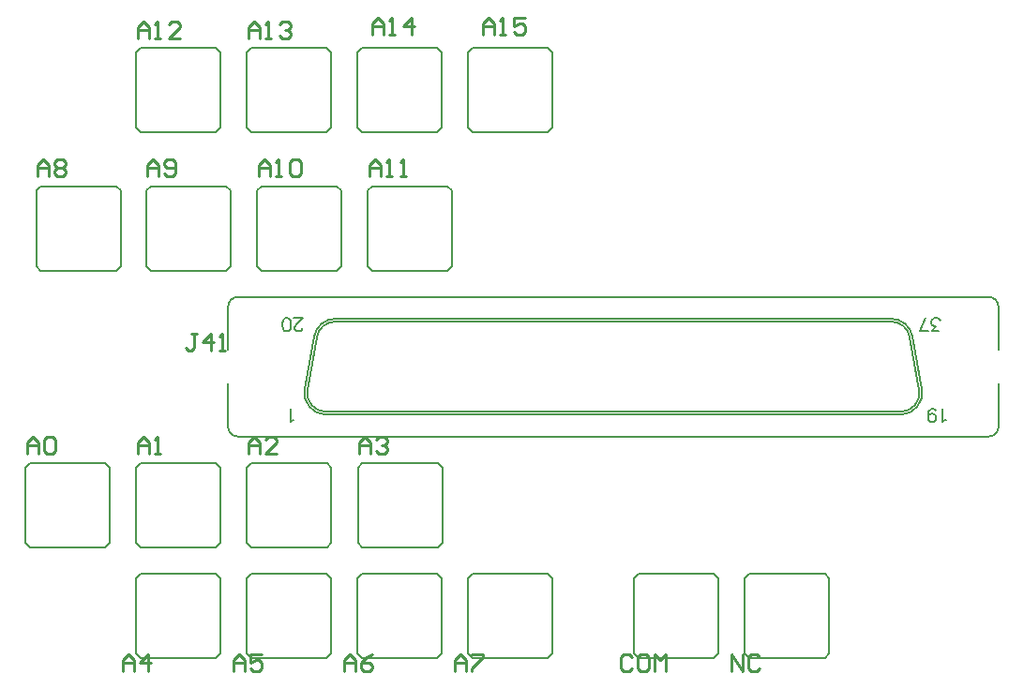
<source format=gto>
G04*
G04 #@! TF.GenerationSoftware,Altium Limited,Altium Designer,19.1.5 (86)*
G04*
G04 Layer_Color=65535*
%FSLAX25Y25*%
%MOIN*%
G70*
G01*
G75*
%ADD10C,0.00787*%
%ADD11C,0.01000*%
D10*
X329018Y-115470D02*
G03*
X322420Y-109934I-6598J-1164D01*
G01*
X325720Y-142034D02*
G03*
X332318Y-134170I0J6700D01*
G01*
X114931D02*
G03*
X121529Y-142034I6598J-1164D01*
G01*
X124829Y-109934D02*
G03*
X118231Y-115470I0J-6700D01*
G01*
X330003Y-115296D02*
G03*
X322420Y-108934I-7583J-1338D01*
G01*
X325720Y-143034D02*
G03*
X333303Y-133996I0J7700D01*
G01*
X113947D02*
G03*
X121529Y-143034I7583J-1338D01*
G01*
X124829Y-108934D02*
G03*
X117246Y-115296I0J-7700D01*
G01*
X357076Y-150784D02*
G03*
X360576Y-147284I0J3500D01*
G01*
Y-104684D02*
G03*
X357076Y-101184I-3500J-0D01*
G01*
X90174Y-101184D02*
G03*
X86674Y-104684I0J-3500D01*
G01*
X86674Y-147284D02*
G03*
X90174Y-150784I3500J0D01*
G01*
X300433Y-227953D02*
Y-201181D01*
X272047Y-229567D02*
X298819D01*
X270433Y-201181D02*
X272047Y-199567D01*
X298819D02*
X300433Y-201181D01*
X270433Y-227953D02*
X272047Y-229567D01*
X270433Y-227953D02*
Y-201181D01*
X298819Y-229567D02*
X300433Y-227953D01*
X272047Y-199567D02*
X298819D01*
X261063Y-227953D02*
Y-201181D01*
X232677Y-229567D02*
X259449D01*
X231063Y-201181D02*
X232677Y-199567D01*
X259449D02*
X261063Y-201181D01*
X231063Y-227953D02*
X232677Y-229567D01*
X231063Y-227953D02*
Y-201181D01*
X259449Y-229567D02*
X261063Y-227953D01*
X232677Y-199567D02*
X259449D01*
X202008Y-227953D02*
Y-201181D01*
X173622Y-229567D02*
X200394D01*
X172008Y-201181D02*
X173622Y-199567D01*
X200394D02*
X202008Y-201181D01*
X172008Y-227953D02*
X173622Y-229567D01*
X172008Y-227953D02*
Y-201181D01*
X200394Y-229567D02*
X202008Y-227953D01*
X173622Y-199567D02*
X200394D01*
X162638Y-227953D02*
Y-201181D01*
X134252Y-229567D02*
X161024D01*
X132638Y-201181D02*
X134252Y-199567D01*
X161024D02*
X162638Y-201181D01*
X132638Y-227953D02*
X134252Y-229567D01*
X132638Y-227953D02*
Y-201181D01*
X161024Y-229567D02*
X162638Y-227953D01*
X134252Y-199567D02*
X161024D01*
X123268Y-227953D02*
Y-201181D01*
X94882Y-229567D02*
X121654D01*
X93268Y-201181D02*
X94882Y-199567D01*
X121654D02*
X123268Y-201181D01*
X93268Y-227953D02*
X94882Y-229567D01*
X93268Y-227953D02*
Y-201181D01*
X121654Y-229567D02*
X123268Y-227953D01*
X94882Y-199567D02*
X121654D01*
X83898Y-227953D02*
Y-201181D01*
X55512Y-229567D02*
X82284D01*
X53898Y-201181D02*
X55512Y-199567D01*
X82284D02*
X83898Y-201181D01*
X53898Y-227953D02*
X55512Y-229567D01*
X53898Y-227953D02*
Y-201181D01*
X82284Y-229567D02*
X83898Y-227953D01*
X55512Y-199567D02*
X82284D01*
X202008Y-40945D02*
Y-14173D01*
X173622Y-42559D02*
X200394D01*
X172008Y-14173D02*
X173622Y-12559D01*
X200394D02*
X202008Y-14173D01*
X172008Y-40945D02*
X173622Y-42559D01*
X172008Y-40945D02*
Y-14173D01*
X200394Y-42559D02*
X202008Y-40945D01*
X173622Y-12559D02*
X200394D01*
X162638Y-40945D02*
Y-14173D01*
X134252Y-42559D02*
X161024D01*
X132638Y-14173D02*
X134252Y-12559D01*
X161024D02*
X162638Y-14173D01*
X132638Y-40945D02*
X134252Y-42559D01*
X132638Y-40945D02*
Y-14173D01*
X161024Y-42559D02*
X162638Y-40945D01*
X134252Y-12559D02*
X161024D01*
X329018Y-115470D02*
X332318Y-134170D01*
X121529Y-142034D02*
X325720D01*
X114931Y-134170D02*
X118231Y-115470D01*
X124829Y-109934D02*
X322420D01*
X330003Y-115296D02*
X333303Y-133996D01*
X121529Y-143034D02*
X325720D01*
X113947Y-133996D02*
X117247Y-115296D01*
X124829Y-108934D02*
X322420D01*
X90174Y-101184D02*
X357076D01*
X90174Y-150784D02*
X357076D01*
X86674Y-147284D02*
Y-131890D01*
X360576Y-147284D02*
Y-131890D01*
Y-120079D02*
Y-104684D01*
X86674Y-120079D02*
Y-104684D01*
X134409Y-160354D02*
X161181D01*
Y-190354D02*
X162795Y-188740D01*
X132795D02*
Y-161968D01*
Y-188740D02*
X134409Y-190354D01*
X161181Y-160354D02*
X162795Y-161968D01*
X132795D02*
X134409Y-160354D01*
Y-190354D02*
X161181D01*
X162795Y-188740D02*
Y-161968D01*
X95039Y-160354D02*
X121811D01*
Y-190354D02*
X123425Y-188740D01*
X93425D02*
Y-161968D01*
Y-188740D02*
X95039Y-190354D01*
X121811Y-160354D02*
X123425Y-161968D01*
X93425D02*
X95039Y-160354D01*
Y-190354D02*
X121811D01*
X123425Y-188740D02*
Y-161968D01*
X55669Y-160354D02*
X82441D01*
Y-190354D02*
X84055Y-188740D01*
X54055D02*
Y-161968D01*
Y-188740D02*
X55669Y-190354D01*
X82441Y-160354D02*
X84055Y-161968D01*
X54055D02*
X55669Y-160354D01*
Y-190354D02*
X82441D01*
X84055Y-188740D02*
Y-161968D01*
X16299Y-160354D02*
X43071D01*
Y-190354D02*
X44685Y-188740D01*
X14685D02*
Y-161968D01*
Y-188740D02*
X16299Y-190354D01*
X43071Y-160354D02*
X44685Y-161968D01*
X14685D02*
X16299Y-160354D01*
Y-190354D02*
X43071D01*
X44685Y-188740D02*
Y-161968D01*
X137874Y-61772D02*
X164646D01*
Y-91772D02*
X166260Y-90157D01*
X136260D02*
Y-63386D01*
Y-90157D02*
X137874Y-91772D01*
X164646Y-61772D02*
X166260Y-63386D01*
X136260D02*
X137874Y-61772D01*
Y-91772D02*
X164646D01*
X166260Y-90157D02*
Y-63386D01*
X98504Y-61772D02*
X125276D01*
Y-91772D02*
X126890Y-90157D01*
X96890D02*
Y-63386D01*
Y-90157D02*
X98504Y-91772D01*
X125276Y-61772D02*
X126890Y-63386D01*
X96890D02*
X98504Y-61772D01*
Y-91772D02*
X125276D01*
X126890Y-90157D02*
Y-63386D01*
X59134Y-61772D02*
X85905D01*
Y-91772D02*
X87520Y-90157D01*
X57520D02*
Y-63386D01*
Y-90157D02*
X59134Y-91772D01*
X85905Y-61772D02*
X87520Y-63386D01*
X57520D02*
X59134Y-61772D01*
Y-91772D02*
X85905D01*
X87520Y-90157D02*
Y-63386D01*
X20079Y-61772D02*
X46850D01*
Y-91772D02*
X48465Y-90157D01*
X18465D02*
Y-63386D01*
Y-90157D02*
X20079Y-91772D01*
X46850Y-61772D02*
X48465Y-63386D01*
X18465D02*
X20079Y-61772D01*
Y-91772D02*
X46850D01*
X48465Y-90157D02*
Y-63386D01*
X94882Y-12559D02*
X121654D01*
Y-42559D02*
X123268Y-40945D01*
X93268D02*
Y-14173D01*
Y-40945D02*
X94882Y-42559D01*
X121654Y-12559D02*
X123268Y-14173D01*
X93268D02*
X94882Y-12559D01*
Y-42559D02*
X121654D01*
X123268Y-40945D02*
Y-14173D01*
X55512Y-12559D02*
X82284D01*
Y-42559D02*
X83898Y-40945D01*
X53898D02*
Y-14173D01*
Y-40945D02*
X55512Y-42559D01*
X82284Y-12559D02*
X83898Y-14173D01*
X53898D02*
X55512Y-12559D01*
Y-42559D02*
X82284D01*
X83898Y-40945D02*
Y-14173D01*
X113045Y-112260D02*
Y-112485D01*
X112820Y-112935D01*
X112595Y-113160D01*
X112145Y-113385D01*
X111246D01*
X110796Y-113160D01*
X110571Y-112935D01*
X110346Y-112485D01*
Y-112035D01*
X110571Y-111585D01*
X111021Y-110911D01*
X113270Y-108661D01*
X110121D01*
X107714Y-113385D02*
X108389Y-113160D01*
X108839Y-112485D01*
X109064Y-111361D01*
Y-110686D01*
X108839Y-109561D01*
X108389Y-108886D01*
X107714Y-108661D01*
X107265D01*
X106590Y-108886D01*
X106140Y-109561D01*
X105915Y-110686D01*
Y-111361D01*
X106140Y-112485D01*
X106590Y-113160D01*
X107265Y-113385D01*
X107714D01*
X341858Y-144769D02*
X341408Y-144993D01*
X340733Y-145668D01*
Y-140945D01*
X335470Y-144094D02*
X335695Y-143419D01*
X336145Y-142969D01*
X336820Y-142744D01*
X337045D01*
X337719Y-142969D01*
X338169Y-143419D01*
X338394Y-144094D01*
Y-144319D01*
X338169Y-144993D01*
X337719Y-145443D01*
X337045Y-145668D01*
X336820D01*
X336145Y-145443D01*
X335695Y-144993D01*
X335470Y-144094D01*
Y-142969D01*
X335695Y-141845D01*
X336145Y-141170D01*
X336820Y-140945D01*
X337269D01*
X337944Y-141170D01*
X338169Y-141620D01*
X339440Y-113385D02*
X336965D01*
X338315Y-111585D01*
X337640D01*
X337190Y-111361D01*
X336965Y-111136D01*
X336740Y-110461D01*
Y-110011D01*
X336965Y-109336D01*
X337415Y-108886D01*
X338090Y-108661D01*
X338765D01*
X339440Y-108886D01*
X339665Y-109111D01*
X339889Y-109561D01*
X332534Y-113385D02*
X334784Y-108661D01*
X335683Y-113385D02*
X332534D01*
X109924Y-144769D02*
X109474Y-144993D01*
X108799Y-145668D01*
Y-140945D01*
D11*
X75595Y-114386D02*
X73596D01*
X74595D01*
Y-119385D01*
X73596Y-120384D01*
X72596D01*
X71596Y-119385D01*
X80594Y-120384D02*
Y-114386D01*
X77595Y-117385D01*
X81593D01*
X83593Y-120384D02*
X85592D01*
X84592D01*
Y-114386D01*
X83593Y-115386D01*
X265748Y-234252D02*
Y-228254D01*
X269747Y-234252D01*
Y-228254D01*
X275745Y-229254D02*
X274745Y-228254D01*
X272746D01*
X271746Y-229254D01*
Y-233252D01*
X272746Y-234252D01*
X274745D01*
X275745Y-233252D01*
X230377Y-229254D02*
X229377Y-228254D01*
X227378D01*
X226378Y-229254D01*
Y-233252D01*
X227378Y-234252D01*
X229377D01*
X230377Y-233252D01*
X235375Y-228254D02*
X233376D01*
X232376Y-229254D01*
Y-233252D01*
X233376Y-234252D01*
X235375D01*
X236375Y-233252D01*
Y-229254D01*
X235375Y-228254D01*
X238374Y-234252D02*
Y-228254D01*
X240373Y-230253D01*
X242373Y-228254D01*
Y-234252D01*
X177165Y-7874D02*
Y-3875D01*
X179165Y-1876D01*
X181164Y-3875D01*
Y-7874D01*
Y-4875D01*
X177165D01*
X183163Y-7874D02*
X185163D01*
X184163D01*
Y-1876D01*
X183163Y-2876D01*
X192160Y-1876D02*
X188162D01*
Y-4875D01*
X190161Y-3875D01*
X191161D01*
X192160Y-4875D01*
Y-6874D01*
X191161Y-7874D01*
X189162D01*
X188162Y-6874D01*
X137795Y-7874D02*
Y-3875D01*
X139795Y-1876D01*
X141794Y-3875D01*
Y-7874D01*
Y-4875D01*
X137795D01*
X143793Y-7874D02*
X145793D01*
X144793D01*
Y-1876D01*
X143793Y-2876D01*
X151791Y-7874D02*
Y-1876D01*
X148792Y-4875D01*
X152790D01*
X93879Y-9160D02*
Y-5161D01*
X95879Y-3162D01*
X97878Y-5161D01*
Y-9160D01*
Y-6161D01*
X93879D01*
X99878Y-9160D02*
X101877D01*
X100877D01*
Y-3162D01*
X99878Y-4162D01*
X104876D02*
X105876Y-3162D01*
X107875D01*
X108875Y-4162D01*
Y-5161D01*
X107875Y-6161D01*
X106875D01*
X107875D01*
X108875Y-7160D01*
Y-8160D01*
X107875Y-9160D01*
X105876D01*
X104876Y-8160D01*
X54479Y-9160D02*
Y-5161D01*
X56479Y-3162D01*
X58478Y-5161D01*
Y-9160D01*
Y-6161D01*
X54479D01*
X60478Y-9160D02*
X62477D01*
X61477D01*
Y-3162D01*
X60478Y-4162D01*
X69475Y-9160D02*
X65476D01*
X69475Y-5161D01*
Y-4162D01*
X68475Y-3162D01*
X66476D01*
X65476Y-4162D01*
X136887Y-58360D02*
Y-54361D01*
X138886Y-52362D01*
X140885Y-54361D01*
Y-58360D01*
Y-55361D01*
X136887D01*
X142885Y-58360D02*
X144884D01*
X143884D01*
Y-52362D01*
X142885Y-53361D01*
X147883Y-58360D02*
X149882D01*
X148883D01*
Y-52362D01*
X147883Y-53361D01*
X97487Y-58360D02*
Y-54361D01*
X99486Y-52362D01*
X101485Y-54361D01*
Y-58360D01*
Y-55361D01*
X97487D01*
X103485Y-58360D02*
X105484D01*
X104484D01*
Y-52362D01*
X103485Y-53361D01*
X108483D02*
X109483Y-52362D01*
X111482D01*
X112482Y-53361D01*
Y-57360D01*
X111482Y-58360D01*
X109483D01*
X108483Y-57360D01*
Y-53361D01*
X58087Y-58360D02*
Y-54361D01*
X60086Y-52362D01*
X62085Y-54361D01*
Y-58360D01*
Y-55361D01*
X58087D01*
X64085Y-57360D02*
X65084Y-58360D01*
X67084D01*
X68083Y-57360D01*
Y-53361D01*
X67084Y-52362D01*
X65084D01*
X64085Y-53361D01*
Y-54361D01*
X65084Y-55361D01*
X68083D01*
X19087Y-58360D02*
Y-54361D01*
X21086Y-52362D01*
X23085Y-54361D01*
Y-58360D01*
Y-55361D01*
X19087D01*
X25085Y-53361D02*
X26084Y-52362D01*
X28084D01*
X29083Y-53361D01*
Y-54361D01*
X28084Y-55361D01*
X29083Y-56361D01*
Y-57360D01*
X28084Y-58360D01*
X26084D01*
X25085Y-57360D01*
Y-56361D01*
X26084Y-55361D01*
X25085Y-54361D01*
Y-53361D01*
X26084Y-55361D02*
X28084D01*
X167323Y-234252D02*
Y-230253D01*
X169322Y-228254D01*
X171322Y-230253D01*
Y-234252D01*
Y-231253D01*
X167323D01*
X173321Y-228254D02*
X177320D01*
Y-229254D01*
X173321Y-233252D01*
Y-234252D01*
X127953D02*
Y-230253D01*
X129952Y-228254D01*
X131951Y-230253D01*
Y-234252D01*
Y-231253D01*
X127953D01*
X137950Y-228254D02*
X135950Y-229254D01*
X133951Y-231253D01*
Y-233252D01*
X134950Y-234252D01*
X136950D01*
X137950Y-233252D01*
Y-232253D01*
X136950Y-231253D01*
X133951D01*
X88583Y-234252D02*
Y-230253D01*
X90582Y-228254D01*
X92581Y-230253D01*
Y-234252D01*
Y-231253D01*
X88583D01*
X98579Y-228254D02*
X94581D01*
Y-231253D01*
X96580Y-230253D01*
X97580D01*
X98579Y-231253D01*
Y-233252D01*
X97580Y-234252D01*
X95580D01*
X94581Y-233252D01*
X49213Y-234252D02*
Y-230253D01*
X51212Y-228254D01*
X53211Y-230253D01*
Y-234252D01*
Y-231253D01*
X49213D01*
X58210Y-234252D02*
Y-228254D01*
X55211Y-231253D01*
X59209D01*
X133450Y-156917D02*
Y-152919D01*
X135449Y-150919D01*
X137448Y-152919D01*
Y-156917D01*
Y-153918D01*
X133450D01*
X139448Y-151919D02*
X140447Y-150919D01*
X142447D01*
X143446Y-151919D01*
Y-152919D01*
X142447Y-153918D01*
X141447D01*
X142447D01*
X143446Y-154918D01*
Y-155918D01*
X142447Y-156917D01*
X140447D01*
X139448Y-155918D01*
X94050Y-156917D02*
Y-152919D01*
X96049Y-150919D01*
X98048Y-152919D01*
Y-156917D01*
Y-153918D01*
X94050D01*
X104046Y-156917D02*
X100048D01*
X104046Y-152919D01*
Y-151919D01*
X103047Y-150919D01*
X101047D01*
X100048Y-151919D01*
X54650Y-156917D02*
Y-152919D01*
X56649Y-150919D01*
X58648Y-152919D01*
Y-156917D01*
Y-153918D01*
X54650D01*
X60648Y-156917D02*
X62647D01*
X61647D01*
Y-150919D01*
X60648Y-151919D01*
X15250Y-156917D02*
Y-152919D01*
X17249Y-150919D01*
X19248Y-152919D01*
Y-156917D01*
Y-153918D01*
X15250D01*
X21248Y-151919D02*
X22247Y-150919D01*
X24247D01*
X25246Y-151919D01*
Y-155918D01*
X24247Y-156917D01*
X22247D01*
X21248Y-155918D01*
Y-151919D01*
M02*

</source>
